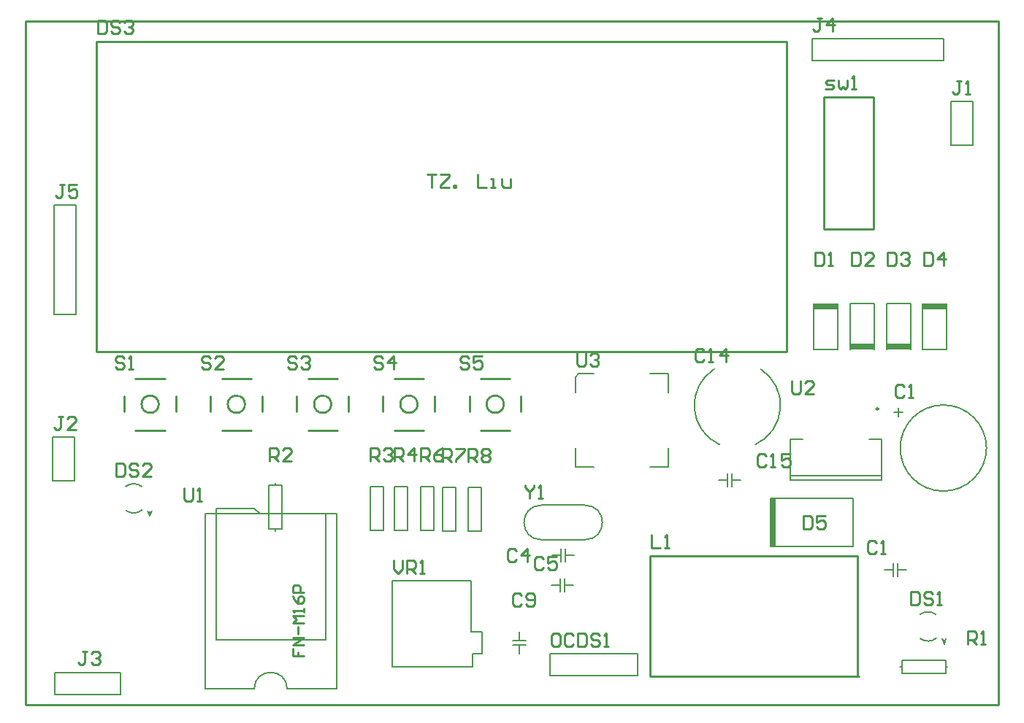
<source format=gto>
%FSLAX44Y44*%
%MOMM*%
G71*
G01*
G75*
%ADD10R,1.8000X0.2300*%
%ADD11O,0.2300X1.8000*%
%ADD12R,0.2300X1.8000*%
%ADD13C,1.0000*%
%ADD14C,0.2540*%
%ADD15C,0.5000*%
%ADD16O,2.6416X1.3208*%
%ADD17C,1.5000*%
%ADD18R,1.5000X1.5000*%
%ADD19R,1.5000X1.5000*%
%ADD20C,2.8000*%
%ADD21R,2.8000X2.8000*%
%ADD22C,1.4000*%
%ADD23C,1.6256*%
%ADD24C,1.7000*%
%ADD25R,1.7000X1.7000*%
%ADD26C,1.8000*%
%ADD27C,3.0000*%
%ADD28R,1.3500X1.3500*%
%ADD29C,1.3500*%
%ADD30R,2.0000X2.0000*%
%ADD31C,2.0000*%
%ADD32C,2.5000*%
%ADD33R,1.8000X1.8000*%
%ADD34C,1.8000*%
%ADD35R,1.7780X1.7780*%
%ADD36C,1.7780*%
%ADD37R,2.0000X2.0000*%
%ADD38C,1.2000*%
%ADD39R,1.2000X1.2000*%
%ADD40C,1.2700*%
%ADD41C,3.3000*%
%ADD42C,0.1270*%
%ADD43C,0.2500*%
%ADD44C,0.2000*%
%ADD45C,0.1524*%
%ADD46C,0.1500*%
%ADD47R,0.8000X5.6000*%
%ADD48R,2.8000X0.8000*%
D14*
X554500Y628650D02*
G03*
X554500Y628650I-10000J0D01*
G01*
X654500D02*
G03*
X654500Y628650I-10000J0D01*
G01*
X754500D02*
G03*
X754500Y628650I-10000J0D01*
G01*
X854500D02*
G03*
X854500Y628650I-10000J0D01*
G01*
X454500D02*
G03*
X454500Y628650I-10000J0D01*
G01*
X300000Y1073000D02*
X1428000D01*
Y280000D02*
Y1073000D01*
X300000Y280000D02*
Y1073000D01*
Y280000D02*
X1428000D01*
X514500Y620650D02*
Y637650D01*
X574500Y620650D02*
Y637650D01*
X527500Y598650D02*
X561500D01*
X527500Y658650D02*
X561500D01*
X614500Y620650D02*
Y637650D01*
X674500Y620650D02*
Y637650D01*
X627500Y598650D02*
X661500D01*
X627500Y658650D02*
X661500D01*
X714500Y620650D02*
Y637650D01*
X774500Y620650D02*
Y637650D01*
X727500Y598650D02*
X761500D01*
X727500Y658650D02*
X761500D01*
X814500Y620650D02*
Y637650D01*
X874500Y620650D02*
Y637650D01*
X827500Y598650D02*
X861500D01*
X827500Y658650D02*
X861500D01*
X1225550Y985520D02*
X1282700D01*
Y831850D02*
Y985520D01*
X1225550Y831850D02*
Y985520D01*
Y831850D02*
X1282700D01*
X414500Y620650D02*
Y637650D01*
X474500Y620650D02*
Y637650D01*
X427500Y598650D02*
X461500D01*
X427500Y658650D02*
X461500D01*
X1024270Y452820D02*
X1264270D01*
X1024270Y312820D02*
X1265790D01*
X1264270D02*
Y452820D01*
X1024270Y312820D02*
Y452820D01*
X382270Y689610D02*
X1182270D01*
Y1049610D01*
X382270D02*
X1182270D01*
X382270Y689610D02*
Y1049610D01*
X609604Y345014D02*
Y336550D01*
X615952D01*
Y340782D01*
Y336550D01*
X622300D01*
Y349246D02*
X609604D01*
X622300Y357710D01*
X609604D01*
X615952Y361942D02*
Y370406D01*
X622300Y374638D02*
X609604D01*
X613836Y378870D01*
X609604Y383102D01*
X622300D01*
Y387333D02*
Y391566D01*
Y389450D01*
X609604D01*
X611720Y387333D01*
X609604Y406377D02*
X611720Y402145D01*
X615952Y397914D01*
X620184D01*
X622300Y400029D01*
Y404261D01*
X620184Y406377D01*
X618068D01*
X615952Y404261D01*
Y397914D01*
X622300Y410609D02*
X609604D01*
Y416957D01*
X611720Y419073D01*
X615952D01*
X618068Y416957D01*
Y410609D01*
X938911Y687954D02*
Y675258D01*
X941450Y672719D01*
X946528D01*
X949068Y675258D01*
Y687954D01*
X954146Y685415D02*
X956685Y687954D01*
X961764D01*
X964303Y685415D01*
Y682876D01*
X961764Y680337D01*
X959224D01*
X961764D01*
X964303Y677797D01*
Y675258D01*
X961764Y672719D01*
X956685D01*
X954146Y675258D01*
X344548Y883534D02*
X339469D01*
X342009D01*
Y870838D01*
X339469Y868299D01*
X336930D01*
X334391Y870838D01*
X359783Y883534D02*
X349626D01*
Y875917D01*
X354704Y878456D01*
X357244D01*
X359783Y875917D01*
Y870838D01*
X357244Y868299D01*
X352165D01*
X349626Y870838D01*
X1286253Y467610D02*
X1283714Y470149D01*
X1278635D01*
X1276096Y467610D01*
Y457453D01*
X1278635Y454914D01*
X1283714D01*
X1286253Y457453D01*
X1291331Y454914D02*
X1296409D01*
X1293870D01*
Y470149D01*
X1291331Y467610D01*
X700024Y562864D02*
Y578099D01*
X707642D01*
X710181Y575560D01*
Y570481D01*
X707642Y567942D01*
X700024D01*
X705102D02*
X710181Y562864D01*
X715259Y575560D02*
X717798Y578099D01*
X722877D01*
X725416Y575560D01*
Y573021D01*
X722877Y570481D01*
X720337D01*
X722877D01*
X725416Y567942D01*
Y565403D01*
X722877Y562864D01*
X717798D01*
X715259Y565403D01*
X1187958Y655569D02*
Y642873D01*
X1190497Y640334D01*
X1195575D01*
X1198115Y642873D01*
Y655569D01*
X1213350Y640334D02*
X1203193D01*
X1213350Y650491D01*
Y653030D01*
X1210811Y655569D01*
X1205732D01*
X1203193Y653030D01*
X1223261Y1076701D02*
X1218182D01*
X1220722D01*
Y1064005D01*
X1218182Y1061466D01*
X1215643D01*
X1213104Y1064005D01*
X1235957Y1061466D02*
Y1076701D01*
X1228339Y1069083D01*
X1238496D01*
X1226820Y994410D02*
X1234437D01*
X1236977Y996949D01*
X1234437Y999488D01*
X1229359D01*
X1226820Y1002028D01*
X1229359Y1004567D01*
X1236977D01*
X1242055D02*
Y996949D01*
X1244594Y994410D01*
X1247133Y996949D01*
X1249673Y994410D01*
X1252212Y996949D01*
Y1004567D01*
X1257290Y994410D02*
X1262368D01*
X1259829D01*
Y1009645D01*
X1257290Y1007106D01*
X814067Y681986D02*
X811527Y684525D01*
X806449D01*
X803910Y681986D01*
Y679447D01*
X806449Y676908D01*
X811527D01*
X814067Y674368D01*
Y671829D01*
X811527Y669290D01*
X806449D01*
X803910Y671829D01*
X829302Y684525D02*
X819145D01*
Y676908D01*
X824223Y679447D01*
X826763D01*
X829302Y676908D01*
Y671829D01*
X826763Y669290D01*
X821684D01*
X819145Y671829D01*
X714245Y681986D02*
X711705Y684525D01*
X706627D01*
X704088Y681986D01*
Y679447D01*
X706627Y676908D01*
X711705D01*
X714245Y674368D01*
Y671829D01*
X711705Y669290D01*
X706627D01*
X704088Y671829D01*
X726941Y669290D02*
Y684525D01*
X719323Y676908D01*
X729480D01*
X614169Y681986D02*
X611629Y684525D01*
X606551D01*
X604012Y681986D01*
Y679447D01*
X606551Y676908D01*
X611629D01*
X614169Y674368D01*
Y671829D01*
X611629Y669290D01*
X606551D01*
X604012Y671829D01*
X619247Y681986D02*
X621786Y684525D01*
X626865D01*
X629404Y681986D01*
Y679447D01*
X626865Y676908D01*
X624325D01*
X626865D01*
X629404Y674368D01*
Y671829D01*
X626865Y669290D01*
X621786D01*
X619247Y671829D01*
X514093Y681986D02*
X511553Y684525D01*
X506475D01*
X503936Y681986D01*
Y679447D01*
X506475Y676908D01*
X511553D01*
X514093Y674368D01*
Y671829D01*
X511553Y669290D01*
X506475D01*
X503936Y671829D01*
X529328Y669290D02*
X519171D01*
X529328Y679447D01*
Y681986D01*
X526789Y684525D01*
X521710D01*
X519171Y681986D01*
X813054Y561594D02*
Y576829D01*
X820671D01*
X823211Y574290D01*
Y569212D01*
X820671Y566672D01*
X813054D01*
X818132D02*
X823211Y561594D01*
X828289Y574290D02*
X830828Y576829D01*
X835907D01*
X838446Y574290D01*
Y571751D01*
X835907Y569212D01*
X838446Y566672D01*
Y564133D01*
X835907Y561594D01*
X830828D01*
X828289Y564133D01*
Y566672D01*
X830828Y569212D01*
X828289Y571751D01*
Y574290D01*
X830828Y569212D02*
X835907D01*
X783844Y561594D02*
Y576829D01*
X791461D01*
X794001Y574290D01*
Y569212D01*
X791461Y566672D01*
X783844D01*
X788922D02*
X794001Y561594D01*
X799079Y576829D02*
X809236D01*
Y574290D01*
X799079Y564133D01*
Y561594D01*
X758444Y562864D02*
Y578099D01*
X766061D01*
X768601Y575560D01*
Y570481D01*
X766061Y567942D01*
X758444D01*
X763522D02*
X768601Y562864D01*
X783836Y578099D02*
X778757Y575560D01*
X773679Y570481D01*
Y565403D01*
X776218Y562864D01*
X781297D01*
X783836Y565403D01*
Y567942D01*
X781297Y570481D01*
X773679D01*
X727964Y562864D02*
Y578099D01*
X735582D01*
X738121Y575560D01*
Y570481D01*
X735582Y567942D01*
X727964D01*
X733042D02*
X738121Y562864D01*
X750817D02*
Y578099D01*
X743199Y570481D01*
X753356D01*
X1086863Y690876D02*
X1084324Y693415D01*
X1079245D01*
X1076706Y690876D01*
Y680719D01*
X1079245Y678180D01*
X1084324D01*
X1086863Y680719D01*
X1091941Y678180D02*
X1097019D01*
X1094480D01*
Y693415D01*
X1091941Y690876D01*
X1112254Y678180D02*
Y693415D01*
X1104637Y685798D01*
X1114794D01*
X1215644Y804921D02*
Y789686D01*
X1223261D01*
X1225801Y792225D01*
Y802382D01*
X1223261Y804921D01*
X1215644D01*
X1230879Y789686D02*
X1235957D01*
X1233418D01*
Y804921D01*
X1230879Y802382D01*
X1201420Y499105D02*
Y483870D01*
X1209037D01*
X1211577Y486409D01*
Y496566D01*
X1209037Y499105D01*
X1201420D01*
X1226812D02*
X1216655D01*
Y491488D01*
X1221733Y494027D01*
X1224273D01*
X1226812Y491488D01*
Y486409D01*
X1224273Y483870D01*
X1219194D01*
X1216655Y486409D01*
X1257554Y804921D02*
Y789686D01*
X1265172D01*
X1267711Y792225D01*
Y802382D01*
X1265172Y804921D01*
X1257554D01*
X1282946Y789686D02*
X1272789D01*
X1282946Y799843D01*
Y802382D01*
X1280407Y804921D01*
X1275328D01*
X1272789Y802382D01*
X1299464Y804921D02*
Y789686D01*
X1307081D01*
X1309621Y792225D01*
Y802382D01*
X1307081Y804921D01*
X1299464D01*
X1314699Y802382D02*
X1317238Y804921D01*
X1322317D01*
X1324856Y802382D01*
Y799843D01*
X1322317Y797303D01*
X1319777D01*
X1322317D01*
X1324856Y794764D01*
Y792225D01*
X1322317Y789686D01*
X1317238D01*
X1314699Y792225D01*
X1341628Y804921D02*
Y789686D01*
X1349245D01*
X1351785Y792225D01*
Y802382D01*
X1349245Y804921D01*
X1341628D01*
X1364481Y789686D02*
Y804921D01*
X1356863Y797303D01*
X1367020D01*
X1384678Y1004184D02*
X1379599D01*
X1382139D01*
Y991488D01*
X1379599Y988949D01*
X1377060D01*
X1374521Y991488D01*
X1389756Y988949D02*
X1394834D01*
X1392295D01*
Y1004184D01*
X1389756Y1001645D01*
X343278Y614294D02*
X338199D01*
X340738D01*
Y601598D01*
X338199Y599059D01*
X335660D01*
X333121Y601598D01*
X358513Y599059D02*
X348356D01*
X358513Y609216D01*
Y611755D01*
X355974Y614294D01*
X350895D01*
X348356Y611755D01*
X371091Y341371D02*
X366012D01*
X368551D01*
Y328675D01*
X366012Y326136D01*
X363473D01*
X360934Y328675D01*
X376169Y338832D02*
X378708Y341371D01*
X383787D01*
X386326Y338832D01*
Y336293D01*
X383787Y333754D01*
X381247D01*
X383787D01*
X386326Y331214D01*
Y328675D01*
X383787Y326136D01*
X378708D01*
X376169Y328675D01*
X1391920Y350520D02*
Y365755D01*
X1399538D01*
X1402077Y363216D01*
Y358138D01*
X1399538Y355598D01*
X1391920D01*
X1396998D02*
X1402077Y350520D01*
X1407155D02*
X1412233D01*
X1409694D01*
Y365755D01*
X1407155Y363216D01*
X583184Y563118D02*
Y578353D01*
X590802D01*
X593341Y575814D01*
Y570736D01*
X590802Y568196D01*
X583184D01*
X588262D02*
X593341Y563118D01*
X608576D02*
X598419D01*
X608576Y573275D01*
Y575814D01*
X606037Y578353D01*
X600958D01*
X598419Y575814D01*
X414271Y681986D02*
X411731Y684525D01*
X406653D01*
X404114Y681986D01*
Y679447D01*
X406653Y676908D01*
X411731D01*
X414271Y674368D01*
Y671829D01*
X411731Y669290D01*
X406653D01*
X404114Y671829D01*
X419349Y669290D02*
X424427D01*
X421888D01*
Y684525D01*
X419349Y681986D01*
X1025652Y477007D02*
Y461772D01*
X1035809D01*
X1040887D02*
X1045965D01*
X1043426D01*
Y477007D01*
X1040887Y474468D01*
X1158237Y568956D02*
X1155697Y571495D01*
X1150619D01*
X1148080Y568956D01*
Y558799D01*
X1150619Y556260D01*
X1155697D01*
X1158237Y558799D01*
X1163315Y556260D02*
X1168393D01*
X1165854D01*
Y571495D01*
X1163315Y568956D01*
X1186168Y571495D02*
X1176011D01*
Y563877D01*
X1181089Y566417D01*
X1183628D01*
X1186168Y563877D01*
Y558799D01*
X1183628Y556260D01*
X1178550D01*
X1176011Y558799D01*
X1326134Y411475D02*
Y396240D01*
X1333752D01*
X1336291Y398779D01*
Y408936D01*
X1333752Y411475D01*
X1326134D01*
X1351526Y408936D02*
X1348987Y411475D01*
X1343908D01*
X1341369Y408936D01*
Y406397D01*
X1343908Y403857D01*
X1348987D01*
X1351526Y401318D01*
Y398779D01*
X1348987Y396240D01*
X1343908D01*
X1341369Y398779D01*
X1356604Y396240D02*
X1361682D01*
X1359143D01*
Y411475D01*
X1356604Y408936D01*
X405384Y560065D02*
Y544830D01*
X413002D01*
X415541Y547369D01*
Y557526D01*
X413002Y560065D01*
X405384D01*
X430776Y557526D02*
X428237Y560065D01*
X423158D01*
X420619Y557526D01*
Y554987D01*
X423158Y552448D01*
X428237D01*
X430776Y549908D01*
Y547369D01*
X428237Y544830D01*
X423158D01*
X420619Y547369D01*
X446011Y544830D02*
X435854D01*
X446011Y554987D01*
Y557526D01*
X443472Y560065D01*
X438393D01*
X435854Y557526D01*
X383540Y1073907D02*
Y1058672D01*
X391157D01*
X393697Y1061211D01*
Y1071368D01*
X391157Y1073907D01*
X383540D01*
X408932Y1071368D02*
X406393Y1073907D01*
X401314D01*
X398775Y1071368D01*
Y1068829D01*
X401314Y1066290D01*
X406393D01*
X408932Y1063750D01*
Y1061211D01*
X406393Y1058672D01*
X401314D01*
X398775Y1061211D01*
X414010Y1071368D02*
X416549Y1073907D01*
X421628D01*
X424167Y1071368D01*
Y1068829D01*
X421628Y1066290D01*
X419089D01*
X421628D01*
X424167Y1063750D01*
Y1061211D01*
X421628Y1058672D01*
X416549D01*
X414010Y1061211D01*
X483616Y531363D02*
Y518667D01*
X486155Y516128D01*
X491233D01*
X493773Y518667D01*
Y531363D01*
X498851Y516128D02*
X503929D01*
X501390D01*
Y531363D01*
X498851Y528824D01*
X917191Y362961D02*
X912113D01*
X909574Y360422D01*
Y350265D01*
X912113Y347726D01*
X917191D01*
X919731Y350265D01*
Y360422D01*
X917191Y362961D01*
X934966Y360422D02*
X932427Y362961D01*
X927348D01*
X924809Y360422D01*
Y350265D01*
X927348Y347726D01*
X932427D01*
X934966Y350265D01*
X940044Y362961D02*
Y347726D01*
X947662D01*
X950201Y350265D01*
Y360422D01*
X947662Y362961D01*
X940044D01*
X965436Y360422D02*
X962897Y362961D01*
X957818D01*
X955279Y360422D01*
Y357883D01*
X957818Y355344D01*
X962897D01*
X965436Y352804D01*
Y350265D01*
X962897Y347726D01*
X957818D01*
X955279Y350265D01*
X970514Y347726D02*
X975593D01*
X973054D01*
Y362961D01*
X970514Y360422D01*
X726821Y447924D02*
Y437767D01*
X731899Y432689D01*
X736978Y437767D01*
Y447924D01*
X742056Y432689D02*
Y447924D01*
X749674D01*
X752213Y445385D01*
Y440307D01*
X749674Y437767D01*
X742056D01*
X747134D02*
X752213Y432689D01*
X757291D02*
X762370D01*
X759830D01*
Y447924D01*
X757291Y445385D01*
X875281Y406650D02*
X872741Y409189D01*
X867663D01*
X865124Y406650D01*
Y396493D01*
X867663Y393954D01*
X872741D01*
X875281Y396493D01*
X880359D02*
X882898Y393954D01*
X887977D01*
X890516Y396493D01*
Y406650D01*
X887977Y409189D01*
X882898D01*
X880359Y406650D01*
Y404111D01*
X882898Y401572D01*
X890516D01*
X1318257Y649220D02*
X1315717Y651759D01*
X1310639D01*
X1308100Y649220D01*
Y639063D01*
X1310639Y636524D01*
X1315717D01*
X1318257Y639063D01*
X1323335Y636524D02*
X1328413D01*
X1325874D01*
Y651759D01*
X1323335Y649220D01*
X868677Y458466D02*
X866137Y461005D01*
X861059D01*
X858520Y458466D01*
Y448309D01*
X861059Y445770D01*
X866137D01*
X868677Y448309D01*
X881373Y445770D02*
Y461005D01*
X873755Y453387D01*
X883912D01*
X900173Y449322D02*
X897634Y451861D01*
X892555D01*
X890016Y449322D01*
Y439165D01*
X892555Y436626D01*
X897634D01*
X900173Y439165D01*
X915408Y451861D02*
X905251D01*
Y444244D01*
X910329Y446783D01*
X912869D01*
X915408Y444244D01*
Y439165D01*
X912869Y436626D01*
X907790D01*
X905251Y439165D01*
X879602Y535173D02*
Y532634D01*
X884680Y527556D01*
X889759Y532634D01*
Y535173D01*
X884680Y527556D02*
Y519938D01*
X894837D02*
X899915D01*
X897376D01*
Y535173D01*
X894837Y532634D01*
X765810Y895345D02*
X775967D01*
X770888D01*
Y880110D01*
X781045Y895345D02*
X791202D01*
Y892806D01*
X781045Y882649D01*
Y880110D01*
X791202D01*
X796280D02*
Y882649D01*
X798819D01*
Y880110D01*
X796280D01*
X824211Y895345D02*
Y880110D01*
X834368D01*
X839446D02*
X844525D01*
X841985D01*
Y890267D01*
X839446D01*
X852142D02*
Y882649D01*
X854681Y880110D01*
X862299D01*
Y890267D01*
D42*
X603250Y298450D02*
G03*
X565150Y298450I-19050J0D01*
G01*
X520700Y355600D02*
X647700D01*
X520700D02*
Y508000D01*
X647700Y355600D02*
Y501650D01*
X571500D02*
X647700D01*
X565150Y508000D02*
X571500Y501650D01*
X520700Y508000D02*
X565150D01*
X1305560Y429260D02*
Y444500D01*
X1310640Y436880D02*
X1320800D01*
X1295400D02*
X1305560D01*
X1310640Y429260D02*
Y444500D01*
X864870Y349250D02*
X880110D01*
X872490Y354330D02*
Y364490D01*
Y339090D02*
Y349250D01*
X864870Y354330D02*
X880110D01*
X1113790Y533400D02*
Y548640D01*
X1118870Y541020D02*
X1129030D01*
X1103630D02*
X1113790D01*
X1118870Y533400D02*
Y548640D01*
X919480Y411480D02*
Y426720D01*
X924560Y419100D02*
X934720D01*
X909320D02*
X919480D01*
X924560Y411480D02*
Y426720D01*
X925830Y445770D02*
Y461010D01*
X910590Y453390D02*
X920750D01*
X925830D02*
X935990D01*
X920750Y445770D02*
Y461010D01*
D43*
X1288770Y623250D02*
G03*
X1288770Y623250I-1250J0D01*
G01*
D44*
X1098345Y669543D02*
G03*
X1104428Y581908I26875J-42163D01*
G01*
X1146012D02*
G03*
X1152095Y669543I-20792J45472D01*
G01*
X1413980Y577850D02*
G03*
X1413980Y577850I-50000J0D01*
G01*
X937390Y642370D02*
Y660070D01*
Y556070D02*
Y577770D01*
Y556070D02*
X959090D01*
X1023690D02*
X1045390D01*
Y577770D01*
Y642370D02*
Y664070D01*
X1023690D02*
X1045390D01*
X941390D02*
X959090D01*
X937390Y660070D02*
X941390Y664070D01*
X332740Y732790D02*
X358140D01*
X332740D02*
Y859790D01*
X358140Y732790D02*
Y859790D01*
X332740D02*
X358140D01*
X334010Y317500D02*
X410210D01*
X334010Y292100D02*
Y317500D01*
Y292100D02*
X410210D01*
Y317500D01*
X1163580Y519490D02*
X1259580D01*
X1163580Y463490D02*
X1259580D01*
Y519490D01*
X1313434Y323850D02*
X1315720D01*
X1366520D02*
X1368806D01*
X1315720D02*
Y331470D01*
X1366520D01*
Y316230D02*
Y331470D01*
X1315720Y316230D02*
X1366520D01*
X1315720D02*
Y323850D01*
X699770Y482600D02*
X707390D01*
X699770D02*
Y533400D01*
X715010D01*
Y482600D02*
Y533400D01*
X707390Y482600D02*
X715010D01*
X1211580Y1027430D02*
Y1052830D01*
X1363980Y1027430D02*
Y1052830D01*
X1211580Y1027430D02*
X1363980D01*
X1211580Y1052830D02*
X1363980D01*
X1186520Y545950D02*
X1292520D01*
X1186520Y587950D02*
X1200980D01*
X1278060D02*
X1292520D01*
X1186520Y540950D02*
Y587950D01*
X1292520Y540950D02*
Y587950D01*
X1186520Y540950D02*
X1292520D01*
X735330Y533400D02*
X742950D01*
Y482600D02*
Y533400D01*
X727710Y482600D02*
X742950D01*
X727710D02*
Y533400D01*
X735330D01*
X765810D02*
X773430D01*
Y482600D02*
Y533400D01*
X758190Y482600D02*
X773430D01*
X758190D02*
Y533400D01*
X765810D01*
X791210Y532130D02*
X798830D01*
Y481330D02*
Y532130D01*
X783590Y481330D02*
X798830D01*
X783590D02*
Y532130D01*
X791210D01*
X820420D02*
X828040D01*
Y481330D02*
Y532130D01*
X812800Y481330D02*
X828040D01*
X812800D02*
Y532130D01*
X820420D01*
X331470Y539750D02*
Y590550D01*
Y539750D02*
X356870D01*
Y590550D01*
X331470D02*
X356870D01*
X1242000Y692320D02*
Y745320D01*
X1214000Y692320D02*
Y745320D01*
Y692320D02*
X1242000D01*
X1298000D02*
Y745320D01*
X1326000Y692320D02*
Y745320D01*
X1298000D02*
X1326000D01*
X1372870Y929640D02*
Y980440D01*
Y929640D02*
X1398270D01*
Y980440D01*
X1372870D02*
X1398270D01*
X589280Y481584D02*
Y483870D01*
Y534670D02*
Y536956D01*
X581660Y483870D02*
X589280D01*
X581660D02*
Y534670D01*
X596900D01*
Y483870D02*
Y534670D01*
X589280Y483870D02*
X596900D01*
X1368000Y692320D02*
Y745320D01*
X1340000Y692320D02*
Y745320D01*
Y692320D02*
X1368000D01*
X1256000D02*
Y745320D01*
X1284000Y692320D02*
Y745320D01*
X1256000D02*
X1284000D01*
X908050Y313690D02*
Y339090D01*
X1009650D01*
X908050Y313690D02*
X1009650D01*
Y339090D01*
X725170Y424180D02*
X816610D01*
Y364490D02*
Y424180D01*
Y364490D02*
X829310D01*
Y339090D02*
Y364490D01*
X817880Y339090D02*
X829310D01*
X817880Y323850D02*
Y339090D01*
X725170Y323850D02*
X817880D01*
X725170D02*
Y424180D01*
D45*
X1355409Y384680D02*
G03*
X1337200Y384840I-9209J-11840D01*
G01*
Y356840D02*
G03*
X1355803Y357317I9000J12000D01*
G01*
X434659Y533270D02*
G03*
X416450Y533430I-9209J-11840D01*
G01*
Y505430D02*
G03*
X435053Y505907I9000J12000D01*
G01*
X897890Y511490D02*
G03*
X897890Y471490I0J-20000D01*
G01*
X948690D02*
G03*
X948690Y511490I0J20000D01*
G01*
X603250Y298450D02*
X660400D01*
Y501650D01*
X571500D02*
X660400D01*
X508000D02*
X571500D01*
X508000Y298450D02*
Y501650D01*
Y298450D02*
X565150D01*
X897890Y471490D02*
X948690D01*
X897890Y511490D02*
X948690D01*
X1362363Y356840D02*
X1364781Y350491D01*
X1367200Y356840D01*
X1366293Y354724D02*
X1363270D01*
X441613Y505430D02*
X444031Y499081D01*
X446450Y505430D01*
X445543Y503314D02*
X442520D01*
D46*
X1312032Y614680D02*
Y624677D01*
X1307034Y619678D02*
X1317031D01*
D47*
X1166580Y491490D02*
D03*
D48*
X1228059Y742320D02*
D03*
X1311955Y695339D02*
D03*
X1354066Y742320D02*
D03*
X1269944Y695340D02*
D03*
M02*

</source>
